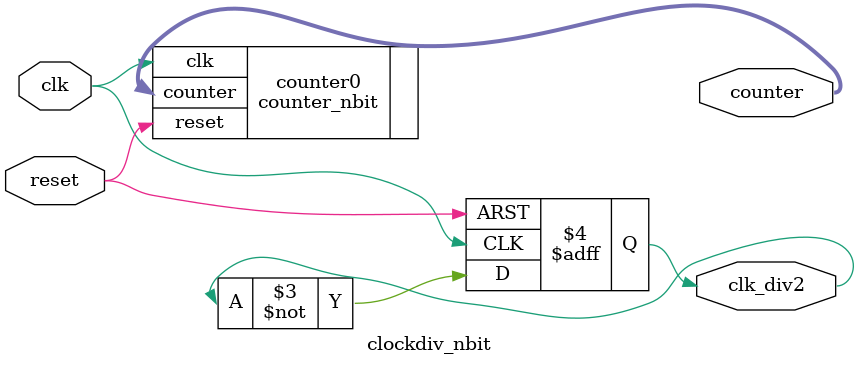
<source format=v>
module clockdiv_nbit #(parameter cnt_width = 3)(clk, reset, clk_div2, counter);

input clk, reset;
output reg clk_div2;
output  [cnt_width:0] counter;


always @(posedge clk or negedge reset) begin

    if(!reset)
        clk_div2 <= 0;
    else
        clk_div2 = ~clk_div2;
    
end

counter_nbit #(.cnt_width(cnt_width)) counter0(.clk(clk), .reset(reset), .counter(counter));

    
endmodule
</source>
